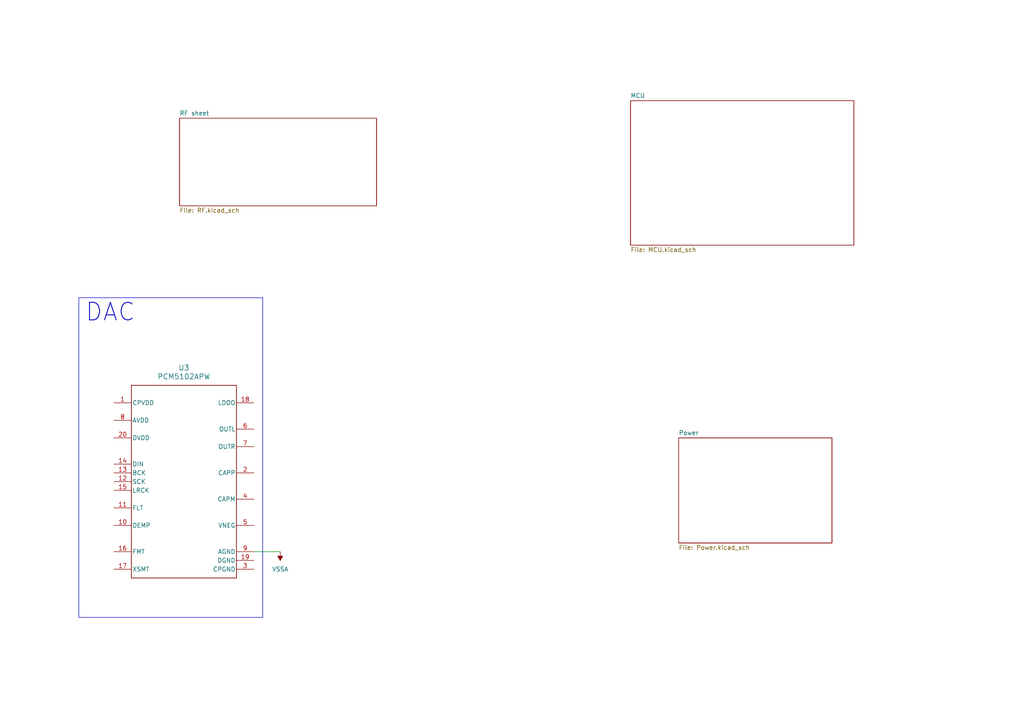
<source format=kicad_sch>
(kicad_sch (version 20250114) (generator "eeschema") (generator_version "9.0")
  (paper "A4")
  (lib_symbols
    (symbol "CustomFootPrints:PCM5102APW" (pin_names (offset 0.254))
      (property "Reference" "U" (at 0 2.54 0))
      (property "Value" "PCM5102APW" (at 0 0 0))
      (symbol "PCM5102APW_0_1"
        (polyline (pts (xy -15.24 27.94) (xy -15.24 -27.94)) (stroke (width 0.2032)))
        (polyline (pts (xy -15.24 -27.94) (xy 15.24 -27.94)) (stroke (width 0.2032)))
        (polyline (pts (xy 15.24 27.94) (xy -15.24 27.94)) (stroke (width 0.2032)))
        (polyline (pts (xy 15.24 -27.94) (xy 15.24 27.94)) (stroke (width 0.2032)))
        (pin power_in line (at -20.32 22.86 0) (length 5.08) (name "CPVDD") (number "1"))
        (pin power_in line (at -20.32 17.78 0) (length 5.08) (name "AVDD") (number "8"))
        (pin power_in line (at -20.32 12.7 0) (length 5.08) (name "DVDD") (number "20"))
        (pin input line (at -20.32 5.08 0) (length 5.08) (name "DIN") (number "14"))
        (pin input line (at -20.32 2.54 0) (length 5.08) (name "BCK") (number "13"))
        (pin input line (at -20.32 0 0) (length 5.08) (name "SCK") (number "12"))
        (pin input line (at -20.32 -2.54 0) (length 5.08) (name "LRCK") (number "15"))
        (pin input line (at -20.32 -7.62 0) (length 5.08) (name "FLT") (number "11"))
        (pin input line (at -20.32 -12.7 0) (length 5.08) (name "DEMP") (number "10"))
        (pin input line (at -20.32 -20.32 0) (length 5.08) (name "FMT") (number "16"))
        (pin input line (at -20.32 -25.4 0) (length 5.08) (name "XSMT") (number "17"))
        (pin power_in line (at 20.32 22.86 180) (length 5.08) (name "LDOO") (number "18"))
        (pin output line (at 20.32 15.24 180) (length 5.08) (name "OUTL") (number "6"))
        (pin output line (at 20.32 10.16 180) (length 5.08) (name "OUTR") (number "7"))
        (pin output line (at 20.32 2.54 180) (length 5.08) (name "CAPP") (number "2"))
        (pin output line (at 20.32 -5.08 180) (length 5.08) (name "CAPM") (number "4"))
        (pin power_in line (at 20.32 -12.7 180) (length 5.08) (name "VNEG") (number "5"))
        (pin power_in line (at 20.32 -20.32 180) (length 5.08) (name "AGND") (number "9"))
        (pin power_in line (at 20.32 -22.86 180) (length 5.08) (name "DGND") (number "19"))
        (pin power_in line (at 20.32 -25.4 180) (length 5.08) (name "CPGND") (number "3"))
      )
    )
    (symbol "power:VSSA" (power) (pin_numbers (hide yes)) (pin_names (offset 0) (hide yes))
      (property "Value" "VSSA" (at 0 3.556 0))
      (symbol "VSSA_0_1"
        (polyline (pts (xy 0 0) (xy 0 2.54)))
        (polyline (pts (xy 0.762 1.27) (xy -0.762 1.27) (xy 0 2.54) (xy 0.762 1.27)) (fill (type outline)))
      )
      (symbol "VSSA_1_1"
        (pin power_in line (at 0 0 90) (length 0) (name "~") (number "1"))
      )
    )
  )
  (rectangle (start 22.86 86.36) (end 76.2 179.07))
  (text "DAC" (at 32.004 90.678 0) (effects (font (size 5.08 5.08) (thickness 0.254) (bold yes))))
  (wire (pts (xy 73.66 160.02) (xy 81.28 160.02)))
  (symbol (lib_id "power:VSSA") (at 81.28 160.02 180) (unit 1)
    (property "Reference" "#PWR04" (effects (hide yes)))
    (property "Value" "VSSA" (at 81.28 165.1 0))
    (property "Description" "Power symbol creates a global label with name \"VSSA\"" (effects (hide yes)))
  )
  (symbol (lib_id "CustomFootPrints:PCM5102APW") (at 53.34 139.7 0) (unit 1)
    (property "Reference" "U3" (at 53.34 106.68 0) (effects (font (size 1.524 1.524))))
    (property "Value" "PCM5102APW" (at 53.34 109.22 0) (effects (font (size 1.524 1.524))))
    (property "Footprint" "PW0020A_N" (effects (hide yes)))
    (property "Datasheet" "https://www.ti.com/lit/gpn/pcm5102a" (effects (hide yes)))
  )
  (sheet (at 182.88 29.21) (size 64.77 41.91) (stroke (width 0.1524))
    (property "Sheetname" "MCU" (at 182.88 28.4984 0) (effects (justify left bottom)))
    (property "Sheetfile" "MCU.kicad_sch" (at 182.88 71.7046 0) (effects (justify left top)))
  )
  (sheet (at 196.85 127) (size 44.45 30.48) (stroke (width 0.1524))
    (property "Sheetname" "Power" (at 196.85 126.2884 0) (effects (justify left bottom)))
    (property "Sheetfile" "Power.kicad_sch" (at 196.85 158.0646 0) (effects (justify left top)))
  )
  (sheet (at 52.07 34.29) (size 57.15 25.4) (stroke (width 0.1524))
    (property "Sheetname" "RF sheet" (at 52.07 33.5784 0) (effects (justify left bottom)))
    (property "Sheetfile" "RF.kicad_sch" (at 52.07 60.2746 0) (effects (justify left top)))
  )
)
</source>
